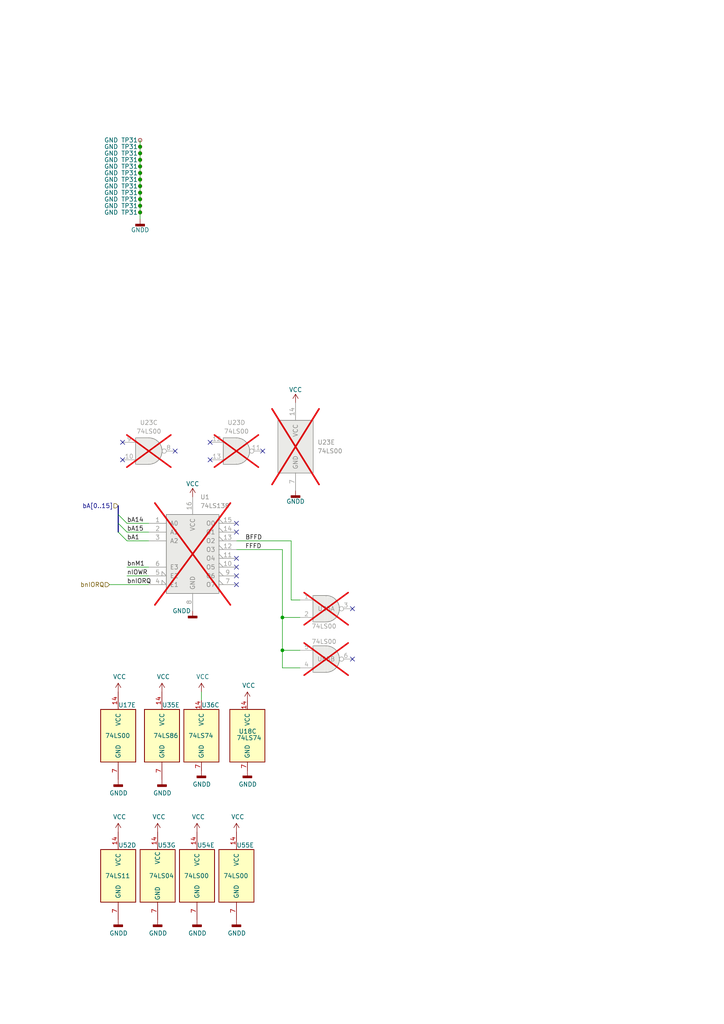
<source format=kicad_sch>
(kicad_sch (version 20230121) (generator eeschema)
  (paper "A4" portrait)
  (lib_symbols
    (symbol "74xx:74LS00" (pin_names (offset 1.016))
      (property "Reference" "U" (at 0 1.27 0))
      (property "Value" "74LS00" (at 0 -1.27 0))
      (symbol "74LS00_1_1"
        (arc (start 0 -3.81) (mid 3.7934 0) (end 0 3.81) (stroke (width 0.254)) (fill (type background)))
        (polyline (pts (xy 0 3.81) (xy -3.81 3.81) (xy -3.81 -3.81) (xy 0 -3.81)) (stroke (width 0.254)) (fill (type background)))
        (pin input line (at -7.62 2.54 0) (length 3.81) (name "~") (number "1"))
        (pin input line (at -7.62 -2.54 0) (length 3.81) (name "~") (number "2"))
        (pin output inverted (at 7.62 0 180) (length 3.81) (name "~") (number "3"))
      )
      (symbol "74LS00_1_2"
        (arc (start -3.81 -3.81) (mid -2.589 0) (end -3.81 3.81) (stroke (width 0.254)))
        (arc (start -0.6096 -3.81) (mid 2.1842 -2.5851) (end 3.81 0) (stroke (width 0.254)) (fill (type background)))
        (polyline (pts (xy -3.81 -3.81) (xy -0.635 -3.81)) (stroke (width 0.254)) (fill (type background)))
        (polyline (pts (xy -3.81 3.81) (xy -0.635 3.81)) (stroke (width 0.254)) (fill (type background)))
        (polyline (pts (xy -0.635 3.81) (xy -3.81 3.81) (xy -3.81 3.81) (xy -3.556 3.4036) (xy -3.0226 2.2606) (xy -2.6924 1.0414) (xy -2.6162 -0.254) (xy -2.7686 -1.4986) (xy -3.175 -2.7178) (xy -3.81 -3.81) (xy -3.81 -3.81) (xy -0.635 -3.81)) (stroke (width -25.4)) (fill (type background)))
        (arc (start 3.81 0) (mid 2.1915 2.5936) (end -0.6096 3.81) (stroke (width 0.254)) (fill (type background)))
        (pin input inverted (at -7.62 2.54 0) (length 4.318) (name "~") (number "1"))
        (pin input inverted (at -7.62 -2.54 0) (length 4.318) (name "~") (number "2"))
        (pin output line (at 7.62 0 180) (length 3.81) (name "~") (number "3"))
      )
      (symbol "74LS00_2_1"
        (arc (start 0 -3.81) (mid 3.7934 0) (end 0 3.81) (stroke (width 0.254)) (fill (type background)))
        (polyline (pts (xy 0 3.81) (xy -3.81 3.81) (xy -3.81 -3.81) (xy 0 -3.81)) (stroke (width 0.254)) (fill (type background)))
        (pin input line (at -7.62 2.54 0) (length 3.81) (name "~") (number "4"))
        (pin input line (at -7.62 -2.54 0) (length 3.81) (name "~") (number "5"))
        (pin output inverted (at 7.62 0 180) (length 3.81) (name "~") (number "6"))
      )
      (symbol "74LS00_2_2"
        (arc (start -3.81 -3.81) (mid -2.589 0) (end -3.81 3.81) (stroke (width 0.254)))
        (arc (start -0.6096 -3.81) (mid 2.1842 -2.5851) (end 3.81 0) (stroke (width 0.254)) (fill (type background)))
        (polyline (pts (xy -3.81 -3.81) (xy -0.635 -3.81)) (stroke (width 0.254)) (fill (type background)))
        (polyline (pts (xy -3.81 3.81) (xy -0.635 3.81)) (stroke (width 0.254)) (fill (type background)))
        (polyline (pts (xy -0.635 3.81) (xy -3.81 3.81) (xy -3.81 3.81) (xy -3.556 3.4036) (xy -3.0226 2.2606) (xy -2.6924 1.0414) (xy -2.6162 -0.254) (xy -2.7686 -1.4986) (xy -3.175 -2.7178) (xy -3.81 -3.81) (xy -3.81 -3.81) (xy -0.635 -3.81)) (stroke (width -25.4)) (fill (type background)))
        (arc (start 3.81 0) (mid 2.1915 2.5936) (end -0.6096 3.81) (stroke (width 0.254)) (fill (type background)))
        (pin input inverted (at -7.62 2.54 0) (length 4.318) (name "~") (number "4"))
        (pin input inverted (at -7.62 -2.54 0) (length 4.318) (name "~") (number "5"))
        (pin output line (at 7.62 0 180) (length 3.81) (name "~") (number "6"))
      )
      (symbol "74LS00_3_1"
        (arc (start 0 -3.81) (mid 3.7934 0) (end 0 3.81) (stroke (width 0.254)) (fill (type background)))
        (polyline (pts (xy 0 3.81) (xy -3.81 3.81) (xy -3.81 -3.81) (xy 0 -3.81)) (stroke (width 0.254)) (fill (type background)))
        (pin input line (at -7.62 -2.54 0) (length 3.81) (name "~") (number "10"))
        (pin output inverted (at 7.62 0 180) (length 3.81) (name "~") (number "8"))
        (pin input line (at -7.62 2.54 0) (length 3.81) (name "~") (number "9"))
      )
      (symbol "74LS00_3_2"
        (arc (start -3.81 -3.81) (mid -2.589 0) (end -3.81 3.81) (stroke (width 0.254)))
        (arc (start -0.6096 -3.81) (mid 2.1842 -2.5851) (end 3.81 0) (stroke (width 0.254)) (fill (type background)))
        (polyline (pts (xy -3.81 -3.81) (xy -0.635 -3.81)) (stroke (width 0.254)) (fill (type background)))
        (polyline (pts (xy -3.81 3.81) (xy -0.635 3.81)) (stroke (width 0.254)) (fill (type background)))
        (polyline (pts (xy -0.635 3.81) (xy -3.81 3.81) (xy -3.81 3.81) (xy -3.556 3.4036) (xy -3.0226 2.2606) (xy -2.6924 1.0414) (xy -2.6162 -0.254) (xy -2.7686 -1.4986) (xy -3.175 -2.7178) (xy -3.81 -3.81) (xy -3.81 -3.81) (xy -0.635 -3.81)) (stroke (width -25.4)) (fill (type background)))
        (arc (start 3.81 0) (mid 2.1915 2.5936) (end -0.6096 3.81) (stroke (width 0.254)) (fill (type background)))
        (pin input inverted (at -7.62 -2.54 0) (length 4.318) (name "~") (number "10"))
        (pin output line (at 7.62 0 180) (length 3.81) (name "~") (number "8"))
        (pin input inverted (at -7.62 2.54 0) (length 4.318) (name "~") (number "9"))
      )
      (symbol "74LS00_4_1"
        (arc (start 0 -3.81) (mid 3.7934 0) (end 0 3.81) (stroke (width 0.254)) (fill (type background)))
        (polyline (pts (xy 0 3.81) (xy -3.81 3.81) (xy -3.81 -3.81) (xy 0 -3.81)) (stroke (width 0.254)) (fill (type background)))
        (pin output inverted (at 7.62 0 180) (length 3.81) (name "~") (number "11"))
        (pin input line (at -7.62 2.54 0) (length 3.81) (name "~") (number "12"))
        (pin input line (at -7.62 -2.54 0) (length 3.81) (name "~") (number "13"))
      )
      (symbol "74LS00_4_2"
        (arc (start -3.81 -3.81) (mid -2.589 0) (end -3.81 3.81) (stroke (width 0.254)))
        (arc (start -0.6096 -3.81) (mid 2.1842 -2.5851) (end 3.81 0) (stroke (width 0.254)) (fill (type background)))
        (polyline (pts (xy -3.81 -3.81) (xy -0.635 -3.81)) (stroke (width 0.254)) (fill (type background)))
        (polyline (pts (xy -3.81 3.81) (xy -0.635 3.81)) (stroke (width 0.254)) (fill (type background)))
        (polyline (pts (xy -0.635 3.81) (xy -3.81 3.81) (xy -3.81 3.81) (xy -3.556 3.4036) (xy -3.0226 2.2606) (xy -2.6924 1.0414) (xy -2.6162 -0.254) (xy -2.7686 -1.4986) (xy -3.175 -2.7178) (xy -3.81 -3.81) (xy -3.81 -3.81) (xy -0.635 -3.81)) (stroke (width -25.4)) (fill (type background)))
        (arc (start 3.81 0) (mid 2.1915 2.5936) (end -0.6096 3.81) (stroke (width 0.254)) (fill (type background)))
        (pin output line (at 7.62 0 180) (length 3.81) (name "~") (number "11"))
        (pin input inverted (at -7.62 2.54 0) (length 4.318) (name "~") (number "12"))
        (pin input inverted (at -7.62 -2.54 0) (length 4.318) (name "~") (number "13"))
      )
      (symbol "74LS00_5_0"
        (pin power_in line (at 0 12.7 270) (length 5.08) (name "VCC") (number "14"))
        (pin power_in line (at 0 -12.7 90) (length 5.08) (name "GND") (number "7"))
      )
      (symbol "74LS00_5_1"
        (rectangle (start -5.08 7.62) (end 5.08 -7.62) (stroke (width 0.254)) (fill (type background)))
      )
    )
    (symbol "74xx:74LS04"
      (property "Reference" "U" (at 0 1.27 0))
      (property "Value" "74LS04" (at 0 -1.27 0))
      (symbol "74LS04_1_0"
        (polyline (pts (xy -3.81 3.81) (xy -3.81 -3.81) (xy 3.81 0) (xy -3.81 3.81)) (stroke (width 0.254)) (fill (type background)))
        (pin input line (at -7.62 0 0) (length 3.81) (name "~") (number "1"))
        (pin output inverted (at 7.62 0 180) (length 3.81) (name "~") (number "2"))
      )
      (symbol "74LS04_2_0"
        (polyline (pts (xy -3.81 3.81) (xy -3.81 -3.81) (xy 3.81 0) (xy -3.81 3.81)) (stroke (width 0.254)) (fill (type background)))
        (pin input line (at -7.62 0 0) (length 3.81) (name "~") (number "3"))
        (pin output inverted (at 7.62 0 180) (length 3.81) (name "~") (number "4"))
      )
      (symbol "74LS04_3_0"
        (polyline (pts (xy -3.81 3.81) (xy -3.81 -3.81) (xy 3.81 0) (xy -3.81 3.81)) (stroke (width 0.254)) (fill (type background)))
        (pin input line (at -7.62 0 0) (length 3.81) (name "~") (number "5"))
        (pin output inverted (at 7.62 0 180) (length 3.81) (name "~") (number "6"))
      )
      (symbol "74LS04_4_0"
        (polyline (pts (xy -3.81 3.81) (xy -3.81 -3.81) (xy 3.81 0) (xy -3.81 3.81)) (stroke (width 0.254)) (fill (type background)))
        (pin output inverted (at 7.62 0 180) (length 3.81) (name "~") (number "8"))
        (pin input line (at -7.62 0 0) (length 3.81) (name "~") (number "9"))
      )
      (symbol "74LS04_5_0"
        (polyline (pts (xy -3.81 3.81) (xy -3.81 -3.81) (xy 3.81 0) (xy -3.81 3.81)) (stroke (width 0.254)) (fill (type background)))
        (pin output inverted (at 7.62 0 180) (length 3.81) (name "~") (number "10"))
        (pin input line (at -7.62 0 0) (length 3.81) (name "~") (number "11"))
      )
      (symbol "74LS04_6_0"
        (polyline (pts (xy -3.81 3.81) (xy -3.81 -3.81) (xy 3.81 0) (xy -3.81 3.81)) (stroke (width 0.254)) (fill (type background)))
        (pin output inverted (at 7.62 0 180) (length 3.81) (name "~") (number "12"))
        (pin input line (at -7.62 0 0) (length 3.81) (name "~") (number "13"))
      )
      (symbol "74LS04_7_0"
        (pin power_in line (at 0 12.7 270) (length 5.08) (name "VCC") (number "14"))
        (pin power_in line (at 0 -12.7 90) (length 5.08) (name "GND") (number "7"))
      )
      (symbol "74LS04_7_1"
        (rectangle (start -5.08 7.62) (end 5.08 -7.62) (stroke (width 0.254)) (fill (type background)))
      )
    )
    (symbol "74xx:74LS11" (pin_names (offset 1.016))
      (property "Reference" "U" (at 0 1.27 0))
      (property "Value" "74LS11" (at 0 -1.27 0))
      (symbol "74LS11_1_1"
        (arc (start 0 -3.81) (mid 3.7934 0) (end 0 3.81) (stroke (width 0.254)) (fill (type background)))
        (polyline (pts (xy 0 3.81) (xy -3.81 3.81) (xy -3.81 -3.81) (xy 0 -3.81)) (stroke (width 0.254)) (fill (type background)))
        (pin input line (at -7.62 2.54 0) (length 3.81) (name "~") (number "1"))
        (pin output line (at 7.62 0 180) (length 3.81) (name "~") (number "12"))
        (pin input line (at -7.62 -2.54 0) (length 3.81) (name "~") (number "13"))
        (pin input line (at -7.62 0 0) (length 3.81) (name "~") (number "2"))
      )
      (symbol "74LS11_1_2"
        (arc (start -3.81 -3.81) (mid -2.589 0) (end -3.81 3.81) (stroke (width 0.254)))
        (arc (start -0.6096 -3.81) (mid 2.1842 -2.5851) (end 3.81 0) (stroke (width 0.254)) (fill (type background)))
        (polyline (pts (xy -3.81 -3.81) (xy -0.635 -3.81)) (stroke (width 0.254)) (fill (type background)))
        (polyline (pts (xy -3.81 3.81) (xy -0.635 3.81)) (stroke (width 0.254)) (fill (type background)))
        (polyline (pts (xy -0.635 3.81) (xy -3.81 3.81) (xy -3.81 3.81) (xy -3.556 3.4036) (xy -3.0226 2.2606) (xy -2.6924 1.0414) (xy -2.6162 -0.254) (xy -2.7686 -1.4986) (xy -3.175 -2.7178) (xy -3.81 -3.81) (xy -3.81 -3.81) (xy -0.635 -3.81)) (stroke (width -25.4)) (fill (type background)))
        (arc (start 3.81 0) (mid 2.1915 2.5936) (end -0.6096 3.81) (stroke (width 0.254)) (fill (type background)))
        (pin input inverted (at -7.62 2.54 0) (length 4.318) (name "~") (number "1"))
        (pin output inverted (at 7.62 0 180) (length 3.81) (name "~") (number "12"))
        (pin input inverted (at -7.62 -2.54 0) (length 4.318) (name "~") (number "13"))
        (pin input inverted (at -7.62 0 0) (length 4.953) (name "~") (number "2"))
      )
      (symbol "74LS11_2_1"
        (arc (start 0 -3.81) (mid 3.7934 0) (end 0 3.81) (stroke (width 0.254)) (fill (type background)))
        (polyline (pts (xy 0 3.81) (xy -3.81 3.81) (xy -3.81 -3.81) (xy 0 -3.81)) (stroke (width 0.254)) (fill (type background)))
        (pin input line (at -7.62 2.54 0) (length 3.81) (name "~") (number "3"))
        (pin input line (at -7.62 0 0) (length 3.81) (name "~") (number "4"))
        (pin input line (at -7.62 -2.54 0) (length 3.81) (name "~") (number "5"))
        (pin output line (at 7.62 0 180) (length 3.81) (name "~") (number "6"))
      )
      (symbol "74LS11_2_2"
        (arc (start -3.81 -3.81) (mid -2.589 0) (end -3.81 3.81) (stroke (width 0.254)))
        (arc (start -0.6096 -3.81) (mid 2.1842 -2.5851) (end 3.81 0) (stroke (width 0.254)) (fill (type background)))
        (polyline (pts (xy -3.81 -3.81) (xy -0.635 -3.81)) (stroke (width 0.254)) (fill (type background)))
        (polyline (pts (xy -3.81 3.81) (xy -0.635 3.81)) (stroke (width 0.254)) (fill (type background)))
        (polyline (pts (xy -0.635 3.81) (xy -3.81 3.81) (xy -3.81 3.81) (xy -3.556 3.4036) (xy -3.0226 2.2606) (xy -2.6924 1.0414) (xy -2.6162 -0.254) (xy -2.7686 -1.4986) (xy -3.175 -2.7178) (xy -3.81 -3.81) (xy -3.81 -3.81) (xy -0.635 -3.81)) (stroke (width -25.4)) (fill (type background)))
        (arc (start 3.81 0) (mid 2.1915 2.5936) (end -0.6096 3.81) (stroke (width 0.254)) (fill (type background)))
        (pin input inverted (at -7.62 2.54 0) (length 4.318) (name "~") (number "3"))
        (pin input inverted (at -7.62 0 0) (length 4.953) (name "~") (number "4"))
        (pin input inverted (at -7.62 -2.54 0) (length 4.318) (name "~") (number "5"))
        (pin output inverted (at 7.62 0 180) (length 3.81) (name "~") (number "6"))
      )
      (symbol "74LS11_3_1"
        (arc (start 0 -3.81) (mid 3.7934 0) (end 0 3.81) (stroke (width 0.254)) (fill (type background)))
        (polyline (pts (xy 0 3.81) (xy -3.81 3.81) (xy -3.81 -3.81) (xy 0 -3.81)) (stroke (width 0.254)) (fill (type background)))
        (pin input line (at -7.62 0 0) (length 3.81) (name "~") (number "10"))
        (pin input line (at -7.62 -2.54 0) (length 3.81) (name "~") (number "11"))
        (pin output line (at 7.62 0 180) (length 3.81) (name "~") (number "8"))
        (pin input line (at -7.62 2.54 0) (length 3.81) (name "~") (number "9"))
      )
      (symbol "74LS11_3_2"
        (arc (start -3.81 -3.81) (mid -2.589 0) (end -3.81 3.81) (stroke (width 0.254)))
        (arc (start -0.6096 -3.81) (mid 2.1842 -2.5851) (end 3.81 0) (stroke (width 0.254)) (fill (type background)))
        (polyline (pts (xy -3.81 -3.81) (xy -0.635 -3.81)) (stroke (width 0.254)) (fill (type background)))
        (polyline (pts (xy -3.81 3.81) (xy -0.635 3.81)) (stroke (width 0.254)) (fill (type background)))
        (polyline (pts (xy -0.635 3.81) (xy -3.81 3.81) (xy -3.81 3.81) (xy -3.556 3.4036) (xy -3.0226 2.2606) (xy -2.6924 1.0414) (xy -2.6162 -0.254) (xy -2.7686 -1.4986) (xy -3.175 -2.7178) (xy -3.81 -3.81) (xy -3.81 -3.81) (xy -0.635 -3.81)) (stroke (width -25.4)) (fill (type background)))
        (arc (start 3.81 0) (mid 2.1915 2.5936) (end -0.6096 3.81) (stroke (width 0.254)) (fill (type background)))
        (pin input inverted (at -7.62 0 0) (length 4.953) (name "~") (number "10"))
        (pin input inverted (at -7.62 -2.54 0) (length 4.318) (name "~") (number "11"))
        (pin output inverted (at 7.62 0 180) (length 3.81) (name "~") (number "8"))
        (pin input inverted (at -7.62 2.54 0) (length 4.318) (name "~") (number "9"))
      )
      (symbol "74LS11_4_0"
        (pin power_in line (at 0 12.7 270) (length 5.08) (name "VCC") (number "14"))
        (pin power_in line (at 0 -12.7 90) (length 5.08) (name "GND") (number "7"))
      )
      (symbol "74LS11_4_1"
        (rectangle (start -5.08 7.62) (end 5.08 -7.62) (stroke (width 0.254)) (fill (type background)))
      )
    )
    (symbol "74xx:74LS138" (pin_names (offset 1.016))
      (property "Reference" "U" (at -7.62 11.43 0))
      (property "Value" "74LS138" (at -7.62 -13.97 0))
      (symbol "74LS138_1_0"
        (pin input line (at -12.7 7.62 0) (length 5.08) (name "A0") (number "1"))
        (pin output output_low (at 12.7 -5.08 180) (length 5.08) (name "O5") (number "10"))
        (pin output output_low (at 12.7 -2.54 180) (length 5.08) (name "O4") (number "11"))
        (pin output output_low (at 12.7 0 180) (length 5.08) (name "O3") (number "12"))
        (pin output output_low (at 12.7 2.54 180) (length 5.08) (name "O2") (number "13"))
        (pin output output_low (at 12.7 5.08 180) (length 5.08) (name "O1") (number "14"))
        (pin output output_low (at 12.7 7.62 180) (length 5.08) (name "O0") (number "15"))
        (pin power_in line (at 0 15.24 270) (length 5.08) (name "VCC") (number "16"))
        (pin input line (at -12.7 5.08 0) (length 5.08) (name "A1") (number "2"))
        (pin input line (at -12.7 2.54 0) (length 5.08) (name "A2") (number "3"))
        (pin input input_low (at -12.7 -10.16 0) (length 5.08) (name "E1") (number "4"))
        (pin input input_low (at -12.7 -7.62 0) (length 5.08) (name "E2") (number "5"))
        (pin input line (at -12.7 -5.08 0) (length 5.08) (name "E3") (number "6"))
        (pin output output_low (at 12.7 -10.16 180) (length 5.08) (name "O7") (number "7"))
        (pin power_in line (at 0 -17.78 90) (length 5.08) (name "GND") (number "8"))
        (pin output output_low (at 12.7 -7.62 180) (length 5.08) (name "O6") (number "9"))
      )
      (symbol "74LS138_1_1"
        (rectangle (start -7.62 10.16) (end 7.62 -12.7) (stroke (width 0.254)) (fill (type background)))
      )
    )
    (symbol "74xx:74LS74" (pin_names (offset 1.016))
      (property "Reference" "U" (at -7.62 8.89 0))
      (property "Value" "74LS74" (at -7.62 -8.89 0))
      (symbol "74LS74_1_0"
        (pin input line (at 0 -7.62 90) (length 2.54) (name "~{R}") (number "1"))
        (pin input line (at -7.62 2.54 0) (length 2.54) (name "D") (number "2"))
        (pin input clock (at -7.62 0 0) (length 2.54) (name "C") (number "3"))
        (pin input line (at 0 7.62 270) (length 2.54) (name "~{S}") (number "4"))
        (pin output line (at 7.62 2.54 180) (length 2.54) (name "Q") (number "5"))
        (pin output line (at 7.62 -2.54 180) (length 2.54) (name "~{Q}") (number "6"))
      )
      (symbol "74LS74_1_1"
        (rectangle (start -5.08 5.08) (end 5.08 -5.08) (stroke (width 0.254)) (fill (type background)))
      )
      (symbol "74LS74_2_0"
        (pin input line (at 0 7.62 270) (length 2.54) (name "~{S}") (number "10"))
        (pin input clock (at -7.62 0 0) (length 2.54) (name "C") (number "11"))
        (pin input line (at -7.62 2.54 0) (length 2.54) (name "D") (number "12"))
        (pin input line (at 0 -7.62 90) (length 2.54) (name "~{R}") (number "13"))
        (pin output line (at 7.62 -2.54 180) (length 2.54) (name "~{Q}") (number "8"))
        (pin output line (at 7.62 2.54 180) (length 2.54) (name "Q") (number "9"))
      )
      (symbol "74LS74_2_1"
        (rectangle (start -5.08 5.08) (end 5.08 -5.08) (stroke (width 0.254)) (fill (type background)))
      )
      (symbol "74LS74_3_0"
        (pin power_in line (at 0 10.16 270) (length 2.54) (name "VCC") (number "14"))
        (pin power_in line (at 0 -10.16 90) (length 2.54) (name "GND") (number "7"))
      )
      (symbol "74LS74_3_1"
        (rectangle (start -5.08 7.62) (end 5.08 -7.62) (stroke (width 0.254)) (fill (type background)))
      )
    )
    (symbol "74xx:74LS86" (pin_names (offset 1.016))
      (property "Reference" "U" (at 0 1.27 0))
      (property "Value" "74LS86" (at 0 -1.27 0))
      (symbol "74LS86_1_0"
        (arc (start -4.4196 -3.81) (mid -3.2033 0) (end -4.4196 3.81) (stroke (width 0.254)))
        (arc (start -3.81 -3.81) (mid -2.589 0) (end -3.81 3.81) (stroke (width 0.254)))
        (arc (start -0.6096 -3.81) (mid 2.1842 -2.5851) (end 3.81 0) (stroke (width 0.254)) (fill (type background)))
        (polyline (pts (xy -3.81 -3.81) (xy -0.635 -3.81)) (stroke (width 0.254)) (fill (type background)))
        (polyline (pts (xy -3.81 3.81) (xy -0.635 3.81)) (stroke (width 0.254)) (fill (type background)))
        (polyline (pts (xy -0.635 3.81) (xy -3.81 3.81) (xy -3.81 3.81) (xy -3.556 3.4036) (xy -3.0226 2.2606) (xy -2.6924 1.0414) (xy -2.6162 -0.254) (xy -2.7686 -1.4986) (xy -3.175 -2.7178) (xy -3.81 -3.81) (xy -3.81 -3.81) (xy -0.635 -3.81)) (stroke (width -25.4)) (fill (type background)))
        (arc (start 3.81 0) (mid 2.1915 2.5936) (end -0.6096 3.81) (stroke (width 0.254)) (fill (type background)))
        (pin input line (at -7.62 2.54 0) (length 4.445) (name "~") (number "1"))
        (pin input line (at -7.62 -2.54 0) (length 4.445) (name "~") (number "2"))
        (pin output line (at 7.62 0 180) (length 3.81) (name "~") (number "3"))
      )
      (symbol "74LS86_1_1"
        (polyline (pts (xy -3.81 -2.54) (xy -3.175 -2.54)) (stroke (width 0.1524)))
        (polyline (pts (xy -3.81 2.54) (xy -3.175 2.54)) (stroke (width 0.1524)))
      )
      (symbol "74LS86_2_0"
        (arc (start -4.4196 -3.81) (mid -3.2033 0) (end -4.4196 3.81) (stroke (width 0.254)))
        (arc (start -3.81 -3.81) (mid -2.589 0) (end -3.81 3.81) (stroke (width 0.254)))
        (arc (start -0.6096 -3.81) (mid 2.1842 -2.5851) (end 3.81 0) (stroke (width 0.254)) (fill (type background)))
        (polyline (pts (xy -3.81 -3.81) (xy -0.635 -3.81)) (stroke (width 0.254)) (fill (type background)))
        (polyline (pts (xy -3.81 3.81) (xy -0.635 3.81)) (stroke (width 0.254)) (fill (type background)))
        (polyline (pts (xy -0.635 3.81) (xy -3.81 3.81) (xy -3.81 3.81) (xy -3.556 3.4036) (xy -3.0226 2.2606) (xy -2.6924 1.0414) (xy -2.6162 -0.254) (xy -2.7686 -1.4986) (xy -3.175 -2.7178) (xy -3.81 -3.81) (xy -3.81 -3.81) (xy -0.635 -3.81)) (stroke (width -25.4)) (fill (type background)))
        (arc (start 3.81 0) (mid 2.1915 2.5936) (end -0.6096 3.81) (stroke (width 0.254)) (fill (type background)))
        (pin input line (at -7.62 2.54 0) (length 4.445) (name "~") (number "4"))
        (pin input line (at -7.62 -2.54 0) (length 4.445) (name "~") (number "5"))
        (pin output line (at 7.62 0 180) (length 3.81) (name "~") (number "6"))
      )
      (symbol "74LS86_2_1"
        (polyline (pts (xy -3.81 -2.54) (xy -3.175 -2.54)) (stroke (width 0.1524)))
        (polyline (pts (xy -3.81 2.54) (xy -3.175 2.54)) (stroke (width 0.1524)))
      )
      (symbol "74LS86_3_0"
        (arc (start -4.4196 -3.81) (mid -3.2033 0) (end -4.4196 3.81) (stroke (width 0.254)))
        (arc (start -3.81 -3.81) (mid -2.589 0) (end -3.81 3.81) (stroke (width 0.254)))
        (arc (start -0.6096 -3.81) (mid 2.1842 -2.5851) (end 3.81 0) (stroke (width 0.254)) (fill (type background)))
        (polyline (pts (xy -3.81 -3.81) (xy -0.635 -3.81)) (stroke (width 0.254)) (fill (type background)))
        (polyline (pts (xy -3.81 3.81) (xy -0.635 3.81)) (stroke (width 0.254)) (fill (type background)))
        (polyline (pts (xy -0.635 3.81) (xy -3.81 3.81) (xy -3.81 3.81) (xy -3.556 3.4036) (xy -3.0226 2.2606) (xy -2.6924 1.0414) (xy -2.6162 -0.254) (xy -2.7686 -1.4986) (xy -3.175 -2.7178) (xy -3.81 -3.81) (xy -3.81 -3.81) (xy -0.635 -3.81)) (stroke (width -25.4)) (fill (type background)))
        (arc (start 3.81 0) (mid 2.1915 2.5936) (end -0.6096 3.81) (stroke (width 0.254)) (fill (type background)))
        (pin input line (at -7.62 -2.54 0) (length 4.445) (name "~") (number "10"))
        (pin output line (at 7.62 0 180) (length 3.81) (name "~") (number "8"))
        (pin input line (at -7.62 2.54 0) (length 4.445) (name "~") (number "9"))
      )
      (symbol "74LS86_3_1"
        (polyline (pts (xy -3.81 -2.54) (xy -3.175 -2.54)) (stroke (width 0.1524)))
        (polyline (pts (xy -3.81 2.54) (xy -3.175 2.54)) (stroke (width 0.1524)))
      )
      (symbol "74LS86_4_0"
        (arc (start -4.4196 -3.81) (mid -3.2033 0) (end -4.4196 3.81) (stroke (width 0.254)))
        (arc (start -3.81 -3.81) (mid -2.589 0) (end -3.81 3.81) (stroke (width 0.254)))
        (arc (start -0.6096 -3.81) (mid 2.1842 -2.5851) (end 3.81 0) (stroke (width 0.254)) (fill (type background)))
        (polyline (pts (xy -3.81 -3.81) (xy -0.635 -3.81)) (stroke (width 0.254)) (fill (type background)))
        (polyline (pts (xy -3.81 3.81) (xy -0.635 3.81)) (stroke (width 0.254)) (fill (type background)))
        (polyline (pts (xy -0.635 3.81) (xy -3.81 3.81) (xy -3.81 3.81) (xy -3.556 3.4036) (xy -3.0226 2.2606) (xy -2.6924 1.0414) (xy -2.6162 -0.254) (xy -2.7686 -1.4986) (xy -3.175 -2.7178) (xy -3.81 -3.81) (xy -3.81 -3.81) (xy -0.635 -3.81)) (stroke (width -25.4)) (fill (type background)))
        (arc (start 3.81 0) (mid 2.1915 2.5936) (end -0.6096 3.81) (stroke (width 0.254)) (fill (type background)))
        (pin output line (at 7.62 0 180) (length 3.81) (name "~") (number "11"))
        (pin input line (at -7.62 2.54 0) (length 4.445) (name "~") (number "12"))
        (pin input line (at -7.62 -2.54 0) (length 4.445) (name "~") (number "13"))
      )
      (symbol "74LS86_4_1"
        (polyline (pts (xy -3.81 -2.54) (xy -3.175 -2.54)) (stroke (width 0.1524)))
        (polyline (pts (xy -3.81 2.54) (xy -3.175 2.54)) (stroke (width 0.1524)))
      )
      (symbol "74LS86_5_0"
        (pin power_in line (at 0 12.7 270) (length 5.08) (name "VCC") (number "14"))
        (pin power_in line (at 0 -12.7 90) (length 5.08) (name "GND") (number "7"))
      )
      (symbol "74LS86_5_1"
        (rectangle (start -5.08 7.62) (end 5.08 -7.62) (stroke (width 0.254)) (fill (type background)))
      )
    )
    (symbol "Connector:TestPoint_Small" (pin_numbers hide) (pin_names (offset 0.762) hide)
      (property "Reference" "TP" (at 0 3.81 0))
      (property "Value" "TestPoint_Small" (at 0 2.032 0))
      (symbol "TestPoint_Small_0_1"
        (circle (center 0 0) (radius 0.508))
      )
      (symbol "TestPoint_Small_1_1"
        (pin passive line (at 0 0 90) (length 0) (name "1") (number "1"))
      )
    )
    (symbol "power:GNDD" (power) (pin_names (offset 0))
      (property "Value" "GNDD" (at 0 -3.175 0))
      (symbol "GNDD_0_1"
        (rectangle (start -1.27 -1.524) (end 1.27 -2.032) (stroke (width 0.254)) (fill (type outline)))
        (polyline (pts (xy 0 0) (xy 0 -1.524)))
      )
      (symbol "GNDD_1_1"
        (pin power_in line (at 0 0 270) (length 0) hide (name "GNDD") (number "1"))
      )
    )
    (symbol "power:VCC" (power) (pin_names (offset 0))
      (property "Value" "VCC" (at 0 3.81 0))
      (symbol "VCC_0_1"
        (polyline (pts (xy -0.762 1.27) (xy 0 2.54)))
        (polyline (pts (xy 0 0) (xy 0 2.54)))
        (polyline (pts (xy 0 2.54) (xy 0.762 1.27)))
      )
      (symbol "VCC_1_1"
        (pin power_in line (at 0 0 90) (length 0) hide (name "VCC") (number "1"))
      )
    )
  )
  (junction (at 40.64 59.69))
  (junction (at 40.64 52.07))
  (junction (at 81.915 179.07))
  (junction (at 40.64 55.88))
  (junction (at 40.64 61.595))
  (junction (at 40.64 46.355))
  (junction (at 40.64 44.45))
  (junction (at 40.64 50.165))
  (junction (at 81.915 188.595))
  (junction (at 40.64 42.545))
  (junction (at 40.64 53.975))
  (junction (at 40.64 57.785))
  (junction (at 40.64 48.26))
  (no_connect (at 68.58 167.005))
  (no_connect (at 68.58 154.305))
  (no_connect (at 76.2 130.81))
  (no_connect (at 50.8 130.81))
  (no_connect (at 60.96 128.27))
  (no_connect (at 35.56 133.35))
  (no_connect (at 68.58 151.765))
  (no_connect (at 102.235 176.53))
  (no_connect (at 68.58 164.465))
  (no_connect (at 68.58 169.545))
  (no_connect (at 68.58 161.925))
  (no_connect (at 102.235 191.135))
  (no_connect (at 60.96 133.35))
  (no_connect (at 35.56 128.27))
  (bus_entry (at 34.29 151.765) (size 2.54 2.54))
  (bus_entry (at 34.29 149.225) (size 2.54 2.54))
  (bus_entry (at 34.29 154.305) (size 2.54 2.54))
  (bus (pts (xy 34.29 151.765) (xy 34.29 149.225)))
  (wire (pts (xy 84.455 156.845) (xy 84.455 173.99)))
  (wire (pts (xy 36.83 151.765) (xy 43.18 151.765)))
  (bus (pts (xy 34.29 154.305) (xy 34.29 151.765)))
  (bus (pts (xy 34.29 149.225) (xy 34.29 146.685)))
  (wire (pts (xy 40.64 59.69) (xy 40.64 61.595)))
  (wire (pts (xy 40.64 57.785) (xy 40.64 59.69)))
  (wire (pts (xy 36.83 167.005) (xy 43.18 167.005)))
  (wire (pts (xy 86.995 193.675) (xy 81.915 193.675)))
  (wire (pts (xy 40.64 50.165) (xy 40.64 52.07)))
  (wire (pts (xy 40.64 42.545) (xy 40.64 44.45)))
  (wire (pts (xy 36.83 154.305) (xy 43.18 154.305)))
  (wire (pts (xy 40.64 52.07) (xy 40.64 53.975)))
  (wire (pts (xy 36.83 156.845) (xy 43.18 156.845)))
  (wire (pts (xy 81.915 188.595) (xy 81.915 179.07)))
  (wire (pts (xy 81.915 188.595) (xy 86.995 188.595)))
  (wire (pts (xy 68.58 156.845) (xy 84.455 156.845)))
  (wire (pts (xy 81.915 179.07) (xy 86.995 179.07)))
  (wire (pts (xy 40.64 53.975) (xy 40.64 55.88)))
  (wire (pts (xy 40.64 44.45) (xy 40.64 46.355)))
  (wire (pts (xy 68.58 159.385) (xy 81.915 159.385)))
  (wire (pts (xy 81.915 159.385) (xy 81.915 179.07)))
  (wire (pts (xy 40.64 46.355) (xy 40.64 48.26)))
  (wire (pts (xy 40.64 55.88) (xy 40.64 57.785)))
  (wire (pts (xy 40.64 48.26) (xy 40.64 50.165)))
  (wire (pts (xy 84.455 173.99) (xy 86.995 173.99)))
  (wire (pts (xy 40.64 61.595) (xy 40.64 63.5)))
  (wire (pts (xy 81.915 193.675) (xy 81.915 188.595)))
  (wire (pts (xy 31.75 169.545) (xy 43.18 169.545)))
  (wire (pts (xy 40.64 40.64) (xy 40.64 42.545)))
  (wire (pts (xy 58.42 203.2) (xy 58.42 200.66)))
  (wire (pts (xy 36.83 164.465) (xy 43.18 164.465)))
  (label "BFFD" (at 71.12 156.845 0))
  (label "nIOWR" (at 36.83 167.005 0))
  (label "bnIORQ" (at 36.83 169.545 0))
  (label "bA15" (at 36.83 154.305 0))
  (label "bnM1" (at 36.83 164.465 0))
  (label "bA1" (at 36.83 156.845 0))
  (label "bA14" (at 36.83 151.765 0))
  (label "FFFD" (at 71.12 159.385 0))
  (hierarchical_label "bnIORQ" (shape input) (at 31.75 169.545 180))
  (hierarchical_label "bA[0..15]" (shape input) (at 34.29 146.685 180))
  (symbol (lib_id "power:VCC") (at 46.99 200.66 0) (unit 1)
    (property "Reference" "#PWR0272" (effects hide))
    (property "Value" "VCC" (at 47.371 196.2658 0))
    (instances (project "main" (path "" (reference "#PWR0272") (unit 1)) (path "" (reference "#PWR0191") (unit 1))))
  )
  (symbol (lib_id "power:VCC") (at 71.755 203.2 0) (unit 1)
    (property "Reference" "#PWR0177" (effects hide))
    (property "Value" "VCC" (at 72.136 198.8058 0))
    (instances (project "main" (path "" (reference "#PWR0177") (unit 1)) (path "" (reference "#PWR0203") (unit 1))))
  )
  (symbol (lib_id "74xx:74LS00") (at 68.58 254 0) (unit 5)
    (property "Reference" "U55" (at 68.58 245.11 0) (effects (justify left)))
    (property "Value" "74LS00" (at 64.77 254 0) (effects (justify left)))
    (property "Footprint" "Cobra_original:DIP-14_W7.62mm" (effects hide))
    (property "Datasheet" "http://www.ti.com/lit/gpn/sn74ls00" (effects hide))
  )
  (symbol (lib_id "Connector:TestPoint_Small") (at 40.64 46.355 0) (mirror y) (unit 1)
    (property "Reference" "TP31" (at 40.005 46.355 0) (effects (justify left)))
    (property "Value" "GND" (at 34.29 46.355 0) (effects (justify left)))
    (property "Footprint" "TestPoint:TestPoint_Loop_D1.80mm_Drill1.0mm_Beaded" (effects hide))
    (instances (project "main" (path "" (reference "TP31") (unit 1)) (path "" (reference "TP53") (unit 1))))
  )
  (symbol (lib_id "power:GNDD") (at 46.99 226.06 0) (unit 1)
    (property "Reference" "#PWR0271" (effects hide))
    (property "Value" "GNDD" (at 47.0916 229.997 0))
    (instances (project "main" (path "" (reference "#PWR0271") (unit 1)) (path "" (reference "#PWR0192") (unit 1))))
  )
  (symbol (lib_id "power:VCC") (at 58.42 200.66 0) (unit 1)
    (property "Reference" "#PWR0177" (effects hide))
    (property "Value" "VCC" (at 58.801 196.2658 0))
    (instances (project "main" (path "" (reference "#PWR0177") (unit 1)) (path "" (reference "#PWR0195") (unit 1))))
  )
  (symbol (lib_id "Connector:TestPoint_Small") (at 40.64 55.88 0) (mirror y) (unit 1)
    (property "Reference" "TP31" (at 40.005 55.88 0) (effects (justify left)))
    (property "Value" "GND" (at 34.29 55.88 0) (effects (justify left)))
    (property "Footprint" "TestPoint:TestPoint_Loop_D1.80mm_Drill1.0mm_Beaded" (effects hide))
    (instances (project "main" (path "" (reference "TP31") (unit 1)) (path "" (reference "TP58") (unit 1))))
  )
  (symbol (lib_id "Connector:TestPoint_Small") (at 40.64 42.545 0) (mirror y) (unit 1)
    (property "Reference" "TP31" (at 40.005 42.545 0) (effects (justify left)))
    (property "Value" "GND" (at 34.29 42.545 0) (effects (justify left)))
    (property "Footprint" "TestPoint:TestPoint_Loop_D1.80mm_Drill1.0mm_Beaded" (effects hide))
    (instances (project "main" (path "" (reference "TP31") (unit 1)) (path "" (reference "TP51") (unit 1))))
  )
  (symbol (lib_id "74xx:74LS00") (at 94.615 191.135 0) (mirror x) (unit 2) (in_bom no) (on_board no) (dnp yes)
    (property "Reference" "U65" (at 94.615 191.135 0))
    (property "Value" "74LS00" (at 93.98 186.055 0))
    (property "Footprint" "Cobra_original:DIP-14_W7.62mm" (effects hide))
    (property "Datasheet" "http://www.ti.com/lit/gpn/sn74ls00" (effects hide))
    (property "Sim.Enable" "0" (effects hide))
    (instances (project "main" (path "" (reference "U65") (unit 2)) (path "" (reference "U23") (unit 2)) (path "" (reference "U1") (unit 2))))
  )
  (symbol (lib_id "power:GNDD") (at 71.755 223.52 0) (unit 1)
    (property "Reference" "#PWR0166" (effects hide))
    (property "Value" "GNDD" (at 71.8566 227.457 0))
    (instances (project "main" (path "" (reference "#PWR0166") (unit 1)) (path "" (reference "#PWR0202") (unit 1))))
  )
  (symbol (lib_id "74xx:74LS00") (at 57.15 254 0) (unit 5)
    (property "Reference" "U54" (at 57.15 245.11 0) (effects (justify left)))
    (property "Value" "74LS00" (at 53.34 254 0) (effects (justify left)))
    (property "Footprint" "Cobra_original:DIP-14_W7.62mm" (effects hide))
    (property "Datasheet" "http://www.ti.com/lit/gpn/sn74ls00" (effects hide))
  )
  (symbol (lib_id "Connector:TestPoint_Small") (at 40.64 50.165 0) (mirror y) (unit 1)
    (property "Reference" "TP31" (at 40.005 50.165 0) (effects (justify left)))
    (property "Value" "GND" (at 34.29 50.165 0) (effects (justify left)))
    (property "Footprint" "TestPoint:TestPoint_Loop_D1.80mm_Drill1.0mm_Beaded" (effects hide))
    (instances (project "main" (path "" (reference "TP31") (unit 1)) (path "" (reference "TP55") (unit 1))))
  )
  (symbol (lib_id "74xx:74LS11") (at 34.29 254 0) (unit 4)
    (property "Reference" "U52" (at 34.29 245.11 0) (effects (justify left)))
    (property "Value" "74LS11" (at 30.48 254 0) (effects (justify left)))
    (property "Footprint" "Cobra_original:DIP-14_W7.62mm" (effects hide))
    (property "Datasheet" "http://www.ti.com/lit/gpn/sn74LS11" (effects hide))
  )
  (symbol (lib_id "74xx:74LS00") (at 34.29 213.36 0) (unit 5)
    (property "Reference" "U17" (at 34.29 204.47 0) (effects (justify left)))
    (property "Value" "74LS00" (at 30.48 213.36 0) (effects (justify left)))
    (property "Footprint" "Cobra_original:DIP-14_W7.62mm" (effects hide))
    (property "Datasheet" "http://www.ti.com/lit/gpn/sn74ls00" (effects hide))
  )
  (symbol (lib_id "power:GNDD") (at 34.29 226.06 0) (unit 1)
    (property "Reference" "#PWR0284" (effects hide))
    (property "Value" "GNDD" (at 34.3916 229.997 0))
    (instances (project "main" (path "" (reference "#PWR0284") (unit 1)) (path "" (reference "#PWR0177") (unit 1))))
  )
  (symbol (lib_id "power:GNDD") (at 85.725 142.24 0) (unit 1)
    (property "Reference" "#PWR0152" (effects hide))
    (property "Value" "GNDD" (at 85.725 145.415 0))
    (instances (project "main" (path "" (reference "#PWR0152") (unit 1)) (path "" (reference "#PWR0175") (unit 1)) (path "" (reference "#PWR0175") (unit 1))))
  )
  (symbol (lib_id "power:VCC") (at 68.58 241.3 0) (unit 1)
    (property "Reference" "#PWR0390" (effects hide))
    (property "Value" "VCC" (at 68.961 236.9058 0))
    (instances (project "main" (path "" (reference "#PWR0390") (unit 1)) (path "" (reference "#PWR0197") (unit 1))))
  )
  (symbol (lib_id "power:VCC") (at 34.29 241.3 0) (unit 1)
    (property "Reference" "#PWR0335" (effects hide))
    (property "Value" "VCC" (at 34.671 236.9058 0))
    (instances (project "main" (path "" (reference "#PWR0335") (unit 1)) (path "" (reference "#PWR0187") (unit 1))))
  )
  (symbol (lib_id "power:GNDD") (at 34.29 266.7 0) (unit 1)
    (property "Reference" "#PWR0327" (effects hide))
    (property "Value" "GNDD" (at 34.3916 270.637 0))
    (instances (project "main" (path "" (reference "#PWR0327") (unit 1)) (path "" (reference "#PWR0188") (unit 1))))
  )
  (symbol (lib_id "Connector:TestPoint_Small") (at 40.64 59.69 0) (mirror y) (unit 1)
    (property "Reference" "TP31" (at 40.005 59.69 0) (effects (justify left)))
    (property "Value" "GND" (at 34.29 59.69 0) (effects (justify left)))
    (property "Footprint" "TestPoint:TestPoint_Loop_D1.80mm_Drill1.0mm_Beaded" (effects hide))
    (instances (project "main" (path "" (reference "TP31") (unit 1)) (path "" (reference "TP61") (unit 1))))
  )
  (symbol (lib_id "74xx:74LS86") (at 46.99 213.36 0) (unit 5)
    (property "Reference" "U35" (at 46.99 204.47 0) (effects (justify left)))
    (property "Value" "74LS86" (at 44.45 213.36 0) (effects (justify left)))
    (property "Footprint" "Cobra_original:DIP-14_W7.62mm" (effects hide))
    (property "Datasheet" "74xx/74ls86.pdf" (effects hide))
  )
  (symbol (lib_id "power:GNDD") (at 40.64 63.5 0) (unit 1)
    (property "Reference" "#PWR0152" (effects hide))
    (property "Value" "GNDD" (at 40.64 66.675 0))
    (instances (project "main" (path "" (reference "#PWR0152") (unit 1)) (path "" (reference "#PWR0175") (unit 1)) (path "" (reference "#PWR0270") (unit 1))))
  )
  (symbol (lib_id "74xx:74LS74") (at 58.42 213.36 0) (unit 3)
    (property "Reference" "U36" (at 58.42 204.47 0) (effects (justify left)))
    (property "Value" "74LS74" (at 54.61 213.36 0) (effects (justify left)))
    (property "Footprint" "Cobra_original:DIP-14_W7.62mm" (effects hide))
    (property "Datasheet" "74xx/74hc_hct74.pdf" (effects hide))
  )
  (symbol (lib_id "74xx:74LS04") (at 45.72 254 0) (unit 7)
    (property "Reference" "U53" (at 45.72 245.11 0) (effects (justify left)))
    (property "Value" "74LS04" (at 43.18 254 0) (effects (justify left)))
    (property "Footprint" "Cobra_original:DIP-14_W7.62mm" (effects hide))
    (property "Datasheet" "http://www.ti.com/lit/gpn/sn74LS04" (effects hide))
  )
  (symbol (lib_id "Connector:TestPoint_Small") (at 40.64 48.26 0) (mirror y) (unit 1)
    (property "Reference" "TP31" (at 40.005 48.26 0) (effects (justify left)))
    (property "Value" "GND" (at 34.29 48.26 0) (effects (justify left)))
    (property "Footprint" "TestPoint:TestPoint_Loop_D1.80mm_Drill1.0mm_Beaded" (effects hide))
    (instances (project "main" (path "" (reference "TP31") (unit 1)) (path "" (reference "TP54") (unit 1))))
  )
  (symbol (lib_id "power:GNDD") (at 45.72 266.7 0) (unit 1)
    (property "Reference" "#PWR0351" (effects hide))
    (property "Value" "GNDD" (at 45.8216 270.637 0))
    (instances (project "main" (path "" (reference "#PWR0351") (unit 1)) (path "" (reference "#PWR0190") (unit 1))))
  )
  (symbol (lib_id "power:GNDD") (at 55.88 177.165 0) (unit 1)
    (property "Reference" "#PWR0152" (effects hide))
    (property "Value" "GNDD" (at 52.705 177.165 0))
    (instances (project "main" (path "" (reference "#PWR0152") (unit 1)) (path "" (reference "#PWR029") (unit 1)) (path "" (reference "#PWR029") (unit 1))))
  )
  (symbol (lib_id "74xx:74LS00") (at 68.58 130.81 0) (unit 4) (in_bom no) (on_board no) (dnp yes)
    (property "Reference" "U23" (at 68.5717 122.555 0))
    (property "Value" "74LS00" (at 68.5717 125.095 0))
    (property "Footprint" "Cobra_original:DIP-14_W7.62mm" (effects hide))
    (property "Datasheet" "http://www.ti.com/lit/gpn/sn74ls00" (effects hide))
    (property "Sim.Enable" "0" (effects hide))
    (instances (project "main" (path "" (reference "U23") (unit 4)) (path "" (reference "U1") (unit 4))))
  )
  (symbol (lib_id "power:GNDD") (at 57.15 266.7 0) (unit 1)
    (property "Reference" "#PWR0356" (effects hide))
    (property "Value" "GNDD" (at 57.2516 270.637 0))
    (instances (project "main" (path "" (reference "#PWR0356") (unit 1)) (path "" (reference "#PWR0194") (unit 1))))
  )
  (symbol (lib_id "power:VCC") (at 57.15 241.3 0) (unit 1)
    (property "Reference" "#PWR0388" (effects hide))
    (property "Value" "VCC" (at 57.531 236.9058 0))
    (instances (project "main" (path "" (reference "#PWR0388") (unit 1)) (path "" (reference "#PWR0193") (unit 1))))
  )
  (symbol (lib_id "Connector:TestPoint_Small") (at 40.64 53.975 0) (mirror y) (unit 1)
    (property "Reference" "TP31" (at 40.005 53.975 0) (effects (justify left)))
    (property "Value" "GND" (at 34.29 53.975 0) (effects (justify left)))
    (property "Footprint" "TestPoint:TestPoint_Loop_D1.80mm_Drill1.0mm_Beaded" (effects hide))
    (instances (project "main" (path "" (reference "TP31") (unit 1)) (path "" (reference "TP57") (unit 1))))
  )
  (symbol (lib_id "74xx:74LS74") (at 71.755 213.36 0) (unit 3)
    (property "Reference" "U18" (at 69.215 212.09 0) (effects (justify left)))
    (property "Value" "74LS74" (at 68.58 213.995 0) (effects (justify left)))
    (property "Footprint" "Cobra_original:DIP-14_W7.62mm" (effects hide))
    (property "Datasheet" "74xx/74hc_hct74.pdf" (effects hide))
  )
  (symbol (lib_id "74xx:74LS138") (at 55.88 159.385 0) (unit 1) (in_bom no) (on_board no) (dnp yes)
    (property "Reference" "U1" (at 58.0741 144.145 0) (effects (justify left)))
    (property "Value" "74LS138" (at 58.0741 146.685 0) (effects (justify left)))
    (property "Footprint" "Cobra_original:DIP-16_W7.62mm" (effects hide))
    (property "Datasheet" "http://www.ti.com/lit/gpn/sn74LS138" (effects hide))
    (property "Sim.Enable" "0" (effects hide))
    (instances (project "main" (path "" (reference "U1") (unit 1)) (path "" (reference "U23") (unit 1))))
  )
  (symbol (lib_id "74xx:74LS00") (at 85.725 129.54 0) (unit 5) (in_bom no) (on_board no) (dnp yes)
    (property "Reference" "U23" (at 92.075 128.27 0) (effects (justify left)))
    (property "Value" "74LS00" (at 92.075 130.81 0) (effects (justify left)))
    (property "Footprint" "Cobra_original:DIP-14_W7.62mm" (effects hide))
    (property "Datasheet" "http://www.ti.com/lit/gpn/sn74ls00" (effects hide))
    (property "Sim.Enable" "0" (effects hide))
    (instances (project "main" (path "" (reference "U23") (unit 5)) (path "" (reference "U1") (unit 5))))
  )
  (symbol (lib_id "Connector:TestPoint_Small") (at 40.64 61.595 0) (mirror y) (unit 1)
    (property "Reference" "TP31" (at 40.005 61.595 0) (effects (justify left)))
    (property "Value" "GND" (at 34.29 61.595 0) (effects (justify left)))
    (property "Footprint" "TestPoint:TestPoint_Loop_D1.80mm_Drill1.0mm_Beaded" (effects hide))
    (instances (project "main" (path "" (reference "TP31") (unit 1)) (path "" (reference "TP62") (unit 1))))
  )
  (symbol (lib_id "power:VCC") (at 45.72 241.3 0) (unit 1)
    (property "Reference" "#PWR0343" (effects hide))
    (property "Value" "VCC" (at 46.101 236.9058 0))
    (instances (project "main" (path "" (reference "#PWR0343") (unit 1)) (path "" (reference "#PWR0189") (unit 1))))
  )
  (symbol (lib_id "Connector:TestPoint_Small") (at 40.64 52.07 0) (mirror y) (unit 1)
    (property "Reference" "TP31" (at 40.005 52.07 0) (effects (justify left)))
    (property "Value" "GND" (at 34.29 52.07 0) (effects (justify left)))
    (property "Footprint" "TestPoint:TestPoint_Loop_D1.80mm_Drill1.0mm_Beaded" (effects hide))
    (instances (project "main" (path "" (reference "TP31") (unit 1)) (path "" (reference "TP56") (unit 1))))
  )
  (symbol (lib_id "power:GNDD") (at 68.58 266.7 0) (unit 1)
    (property "Reference" "#PWR0389" (effects hide))
    (property "Value" "GNDD" (at 68.6816 270.637 0))
    (instances (project "main" (path "" (reference "#PWR0389") (unit 1)) (path "" (reference "#PWR0199") (unit 1))))
  )
  (symbol (lib_id "Connector:TestPoint_Small") (at 40.64 44.45 0) (mirror y) (unit 1)
    (property "Reference" "TP31" (at 40.005 44.45 0) (effects (justify left)))
    (property "Value" "GND" (at 34.29 44.45 0) (effects (justify left)))
    (property "Footprint" "TestPoint:TestPoint_Loop_D1.80mm_Drill1.0mm_Beaded" (effects hide))
    (instances (project "main" (path "" (reference "TP31") (unit 1)) (path "" (reference "TP52") (unit 1))))
  )
  (symbol (lib_id "power:VCC") (at 85.725 116.84 0) (unit 1)
    (property "Reference" "#PWR0119" (effects hide))
    (property "Value" "VCC" (at 85.725 113.03 0))
    (instances (project "main" (path "" (reference "#PWR0119") (unit 1)) (path "" (reference "#PWR04") (unit 1)) (path "" (reference "#PWR0174") (unit 1)) (path "" (reference "#PWR0174") (unit 1))))
  )
  (symbol (lib_id "Connector:TestPoint_Small") (at 40.64 40.64 0) (mirror y) (unit 1)
    (property "Reference" "TP31" (at 40.005 40.64 0) (effects (justify left)))
    (property "Value" "GND" (at 34.29 40.64 0) (effects (justify left)))
    (property "Footprint" "TestPoint:TestPoint_Loop_D1.80mm_Drill1.0mm_Beaded" (effects hide))
    (instances (project "main" (path "" (reference "TP31") (unit 1)) (path "" (reference "TP35") (unit 1))))
  )
  (symbol (lib_id "power:VCC") (at 34.29 200.66 0) (unit 1)
    (property "Reference" "#PWR0286" (effects hide))
    (property "Value" "VCC" (at 34.671 196.2658 0))
    (instances (project "main" (path "" (reference "#PWR0286") (unit 1)) (path "" (reference "#PWR0166") (unit 1))))
  )
  (symbol (lib_id "Connector:TestPoint_Small") (at 40.64 57.785 0) (mirror y) (unit 1)
    (property "Reference" "TP31" (at 40.005 57.785 0) (effects (justify left)))
    (property "Value" "GND" (at 34.29 57.785 0) (effects (justify left)))
    (property "Footprint" "TestPoint:TestPoint_Loop_D1.80mm_Drill1.0mm_Beaded" (effects hide))
    (instances (project "main" (path "" (reference "TP31") (unit 1)) (path "" (reference "TP59") (unit 1))))
  )
  (symbol (lib_id "power:VCC") (at 55.88 144.145 0) (unit 1)
    (property "Reference" "#PWR0119" (effects hide))
    (property "Value" "VCC" (at 55.88 140.335 0))
    (instances (project "main" (path "" (reference "#PWR0119") (unit 1)) (path "" (reference "#PWR04") (unit 1)) (path "" (reference "#PWR026") (unit 1)) (path "" (reference "#PWR026") (unit 1))))
  )
  (symbol (lib_id "74xx:74LS00") (at 94.615 176.53 0) (unit 1) (in_bom no) (on_board no) (dnp yes)
    (property "Reference" "U23" (at 94.615 176.53 0))
    (property "Value" "74LS00" (at 93.98 181.61 0))
    (property "Footprint" "Cobra_original:DIP-14_W7.62mm" (effects hide))
    (property "Datasheet" "http://www.ti.com/lit/gpn/sn74ls00" (effects hide))
    (property "Sim.Enable" "0" (effects hide))
    (instances (project "main" (path "" (reference "U23") (unit 1)) (path "" (reference "U1") (unit 1))))
  )
  (symbol (lib_id "power:GNDD") (at 58.42 223.52 0) (unit 1)
    (property "Reference" "#PWR0166" (effects hide))
    (property "Value" "GNDD" (at 58.5216 227.457 0))
    (instances (project "main" (path "" (reference "#PWR0166") (unit 1)) (path "" (reference "#PWR0196") (unit 1))))
  )
  (symbol (lib_id "74xx:74LS00") (at 43.18 130.81 0) (unit 3) (in_bom no) (on_board no) (dnp yes)
    (property "Reference" "U23" (at 43.1717 122.555 0))
    (property "Value" "74LS00" (at 43.1717 125.095 0))
    (property "Footprint" "Cobra_original:DIP-14_W7.62mm" (effects hide))
    (property "Datasheet" "http://www.ti.com/lit/gpn/sn74ls00" (effects hide))
    (property "Sim.Enable" "0" (effects hide))
    (instances (project "main" (path "" (reference "U23") (unit 3)) (path "" (reference "U1") (unit 3))))
  )
)
</source>
